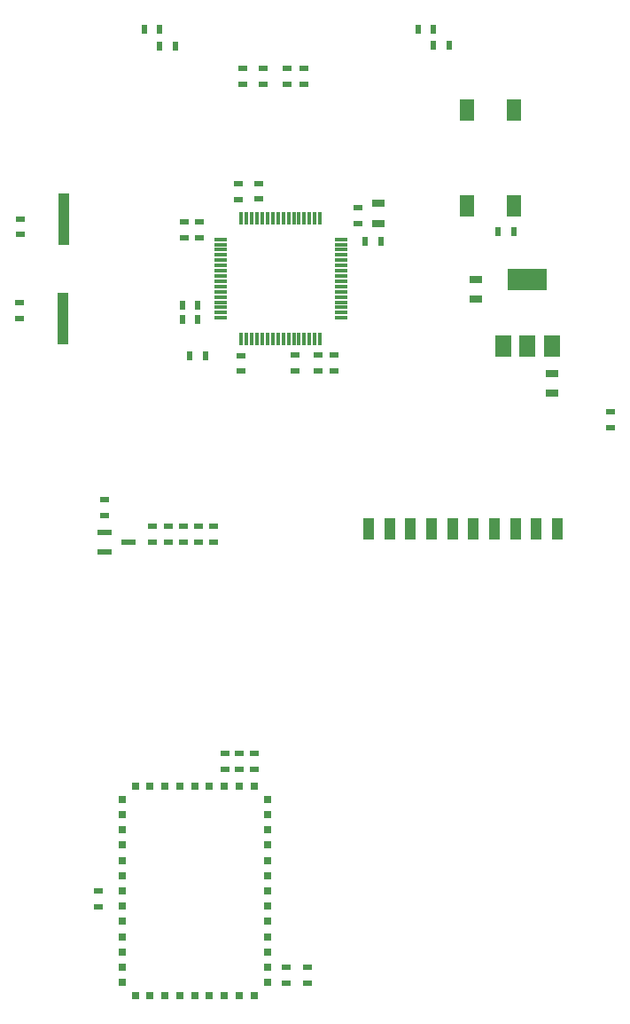
<source format=gtp>
%FSLAX25Y25*%
%MOIN*%
G70*
G01*
G75*
G04 Layer_Color=8421504*
%ADD10R,0.03543X0.02362*%
%ADD11R,0.05906X0.07874*%
%ADD12R,0.14961X0.07874*%
%ADD13R,0.05118X0.02756*%
%ADD14R,0.02362X0.03543*%
%ADD15R,0.05709X0.02362*%
%ADD16R,0.03937X0.19685*%
%ADD17R,0.01181X0.04724*%
%ADD18R,0.04724X0.01181*%
%ADD19R,0.05512X0.08268*%
%ADD20R,0.03937X0.07874*%
%ADD21R,0.02835X0.02835*%
%ADD22R,0.02835X0.02835*%
%ADD23C,0.00800*%
%ADD24C,0.01200*%
%ADD25C,0.01000*%
%ADD26C,0.02000*%
%ADD27C,0.05000*%
%ADD28C,0.06299*%
%ADD29O,0.07087X0.09843*%
%ADD30C,0.15748*%
%ADD31C,0.25000*%
%ADD32O,0.07087X0.05512*%
%ADD33R,0.07087X0.07087*%
%ADD34C,0.07087*%
%ADD35C,0.02500*%
%ADD36C,0.03200*%
%ADD37R,0.01969X0.07874*%
%ADD38C,0.01400*%
%ADD39C,0.00984*%
%ADD40C,0.00787*%
D10*
X5033858Y2981201D02*
D03*
Y2987106D02*
D03*
X4843520Y2954221D02*
D03*
Y2948315D02*
D03*
X4884646Y2944221D02*
D03*
Y2938315D02*
D03*
X4878896Y2944221D02*
D03*
Y2938315D02*
D03*
X4873146Y2944221D02*
D03*
Y2938315D02*
D03*
X4867396Y2944221D02*
D03*
Y2938315D02*
D03*
X4861646Y2944221D02*
D03*
Y2938315D02*
D03*
X4923917Y3002559D02*
D03*
Y3008465D02*
D03*
X4938976Y3063878D02*
D03*
Y3057972D02*
D03*
X4873646Y3058437D02*
D03*
Y3052531D02*
D03*
X4893799Y3072933D02*
D03*
Y3067027D02*
D03*
X4894882Y3002461D02*
D03*
Y3008366D02*
D03*
X4879146Y3058437D02*
D03*
Y3052531D02*
D03*
X4929725Y3002559D02*
D03*
Y3008465D02*
D03*
X4841291Y2801335D02*
D03*
Y2807240D02*
D03*
X4888791Y2852835D02*
D03*
Y2858740D02*
D03*
X4919783Y2772539D02*
D03*
Y2778445D02*
D03*
X4899791Y2858740D02*
D03*
Y2852835D02*
D03*
X4911811Y2772539D02*
D03*
Y2778445D02*
D03*
X4915354Y3002559D02*
D03*
Y3008465D02*
D03*
X4811614Y3022146D02*
D03*
Y3028051D02*
D03*
X4811713Y3059646D02*
D03*
Y3053740D02*
D03*
X4901575Y3067126D02*
D03*
Y3073031D02*
D03*
X4894291Y2852835D02*
D03*
Y2858740D02*
D03*
X4918406Y3116043D02*
D03*
Y3110138D02*
D03*
X4895472Y3116142D02*
D03*
Y3110236D02*
D03*
X4903149Y3116142D02*
D03*
Y3110236D02*
D03*
X4912106Y3116043D02*
D03*
Y3110138D02*
D03*
D11*
X4993602Y3011909D02*
D03*
X5002657D02*
D03*
X5011713D02*
D03*
D12*
X5002657Y3036713D02*
D03*
D13*
X4983071Y3036909D02*
D03*
Y3029429D02*
D03*
X5011909Y3001575D02*
D03*
Y2994094D02*
D03*
X4946555Y3057972D02*
D03*
Y3065453D02*
D03*
D14*
X4961417Y3130906D02*
D03*
X4967323D02*
D03*
X4858366Y3131004D02*
D03*
X4864272D02*
D03*
X4881594Y3008268D02*
D03*
X4875689D02*
D03*
X4967323Y3125000D02*
D03*
X4973228D02*
D03*
X4870079Y3124508D02*
D03*
X4864173D02*
D03*
X4947441Y3051279D02*
D03*
X4941536D02*
D03*
X4872736Y3021850D02*
D03*
X4878642D02*
D03*
X4872736Y3027362D02*
D03*
X4878642D02*
D03*
X4991693Y3054984D02*
D03*
X4997599D02*
D03*
D15*
X4852646Y2938268D02*
D03*
X4843394Y2934528D02*
D03*
Y2942008D02*
D03*
D16*
X4828146Y3059685D02*
D03*
X4827752Y3022284D02*
D03*
D17*
X4895020Y3059858D02*
D03*
X4896988D02*
D03*
X4898957D02*
D03*
X4900925D02*
D03*
X4902894D02*
D03*
X4904862D02*
D03*
X4906831D02*
D03*
X4908799D02*
D03*
X4910768D02*
D03*
X4912736D02*
D03*
X4914705D02*
D03*
X4916673D02*
D03*
X4918642D02*
D03*
X4920610D02*
D03*
X4922579D02*
D03*
X4924547D02*
D03*
Y3014583D02*
D03*
X4922579D02*
D03*
X4920610D02*
D03*
X4918642D02*
D03*
X4916673D02*
D03*
X4914705D02*
D03*
X4912736D02*
D03*
X4910768D02*
D03*
X4908799D02*
D03*
X4906831D02*
D03*
X4904862D02*
D03*
X4902894D02*
D03*
X4900925D02*
D03*
X4898957D02*
D03*
X4896988D02*
D03*
X4895020D02*
D03*
D18*
X4932421Y3051984D02*
D03*
Y3050016D02*
D03*
Y3048047D02*
D03*
Y3046079D02*
D03*
Y3044110D02*
D03*
Y3042142D02*
D03*
Y3040173D02*
D03*
Y3038205D02*
D03*
Y3036236D02*
D03*
Y3034268D02*
D03*
Y3032299D02*
D03*
Y3030331D02*
D03*
Y3028362D02*
D03*
Y3026394D02*
D03*
Y3024425D02*
D03*
Y3022457D02*
D03*
X4887146D02*
D03*
Y3024425D02*
D03*
Y3026394D02*
D03*
Y3028362D02*
D03*
Y3030331D02*
D03*
Y3032299D02*
D03*
Y3034268D02*
D03*
Y3036236D02*
D03*
Y3038205D02*
D03*
Y3040173D02*
D03*
Y3042142D02*
D03*
Y3044110D02*
D03*
Y3046079D02*
D03*
Y3048047D02*
D03*
Y3050016D02*
D03*
Y3051984D02*
D03*
D19*
X4979787Y3064571D02*
D03*
Y3100398D02*
D03*
X4997504Y3064571D02*
D03*
Y3100398D02*
D03*
D20*
X5013779Y2943209D02*
D03*
X5005906D02*
D03*
X4998032D02*
D03*
X4990157D02*
D03*
X4982283D02*
D03*
X4974409D02*
D03*
X4966536D02*
D03*
X4958661D02*
D03*
X4950787D02*
D03*
X4942913D02*
D03*
D21*
X4899793Y2767788D02*
D03*
X4894199D02*
D03*
X4888604D02*
D03*
X4883010D02*
D03*
X4877415D02*
D03*
X4871821D02*
D03*
X4866226D02*
D03*
X4860632D02*
D03*
X4855037D02*
D03*
Y2846622D02*
D03*
X4860632D02*
D03*
X4866226D02*
D03*
X4871821D02*
D03*
X4877415D02*
D03*
X4883010D02*
D03*
X4888604D02*
D03*
X4894199D02*
D03*
X4899793D02*
D03*
D22*
X4850039Y2772787D02*
D03*
Y2778524D02*
D03*
Y2784260D02*
D03*
Y2789996D02*
D03*
Y2795732D02*
D03*
Y2801468D02*
D03*
Y2807205D02*
D03*
Y2812941D02*
D03*
Y2818677D02*
D03*
Y2824413D02*
D03*
Y2830150D02*
D03*
Y2835886D02*
D03*
Y2841622D02*
D03*
X4904791D02*
D03*
Y2835886D02*
D03*
Y2830150D02*
D03*
Y2824413D02*
D03*
Y2818677D02*
D03*
Y2812941D02*
D03*
Y2807205D02*
D03*
Y2801468D02*
D03*
Y2795732D02*
D03*
Y2789996D02*
D03*
Y2784260D02*
D03*
Y2778524D02*
D03*
Y2772787D02*
D03*
M02*

</source>
